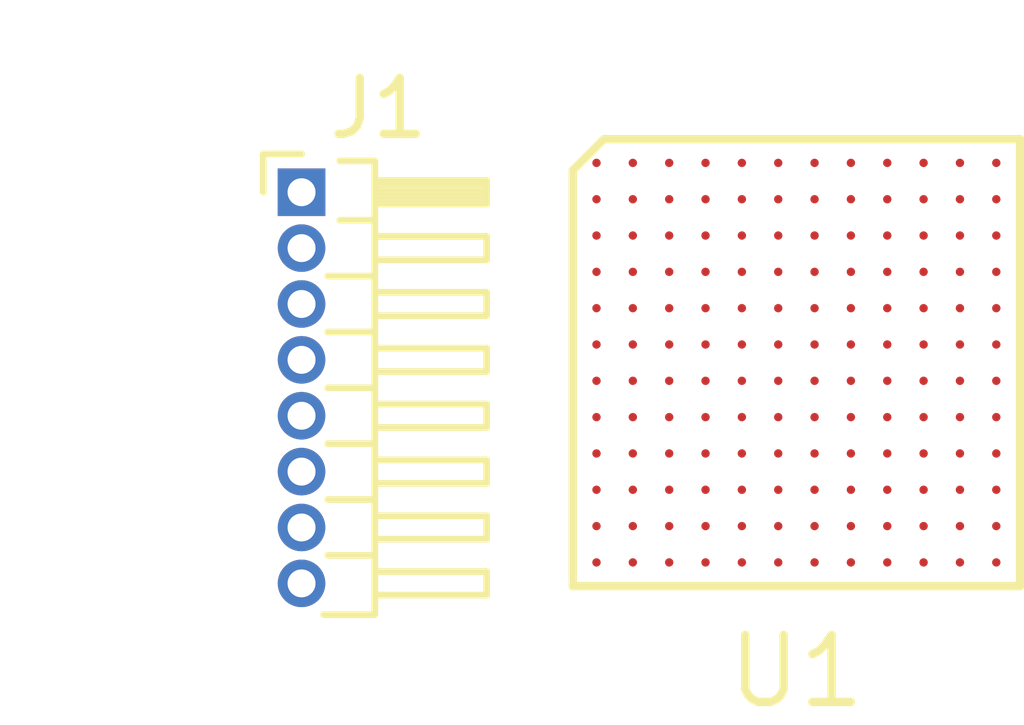
<source format=kicad_pcb>
(kicad_pcb (version 20171130) (host pcbnew 5.1.4+dfsg1-1)

  (general
    (thickness 1.6)
    (drawings 0)
    (tracks 0)
    (zones 0)
    (modules 2)
    (nets 20)
  )

  (page A4)
  (layers
    (0 F.Cu signal)
    (31 B.Cu signal)
    (32 B.Adhes user)
    (33 F.Adhes user)
    (34 B.Paste user)
    (35 F.Paste user)
    (36 B.SilkS user)
    (37 F.SilkS user)
    (38 B.Mask user)
    (39 F.Mask user)
    (40 Dwgs.User user)
    (41 Cmts.User user)
    (42 Eco1.User user)
    (43 Eco2.User user)
    (44 Edge.Cuts user)
    (45 Margin user)
    (46 B.CrtYd user)
    (47 F.CrtYd user)
    (48 B.Fab user)
    (49 F.Fab user)
  )

  (setup
    (last_trace_width 0.25)
    (trace_clearance 0.2)
    (zone_clearance 0.508)
    (zone_45_only no)
    (trace_min 0.2)
    (via_size 0.8)
    (via_drill 0.4)
    (via_min_size 0.4)
    (via_min_drill 0.3)
    (uvia_size 0.3)
    (uvia_drill 0.1)
    (uvias_allowed no)
    (uvia_min_size 0.2)
    (uvia_min_drill 0.1)
    (edge_width 0.05)
    (segment_width 0.2)
    (pcb_text_width 0.3)
    (pcb_text_size 1.5 1.5)
    (mod_edge_width 0.12)
    (mod_text_size 1 1)
    (mod_text_width 0.15)
    (pad_size 1.524 1.524)
    (pad_drill 0.762)
    (pad_to_mask_clearance 0.051)
    (solder_mask_min_width 0.25)
    (aux_axis_origin 0 0)
    (visible_elements FFFFFF7F)
    (pcbplotparams
      (layerselection 0x010fc_ffffffff)
      (usegerberextensions false)
      (usegerberattributes false)
      (usegerberadvancedattributes false)
      (creategerberjobfile false)
      (excludeedgelayer true)
      (linewidth 0.100000)
      (plotframeref false)
      (viasonmask false)
      (mode 1)
      (useauxorigin false)
      (hpglpennumber 1)
      (hpglpenspeed 20)
      (hpglpendiameter 15.000000)
      (psnegative false)
      (psa4output false)
      (plotreference true)
      (plotvalue true)
      (plotinvisibletext false)
      (padsonsilk false)
      (subtractmaskfromsilk false)
      (outputformat 1)
      (mirror false)
      (drillshape 1)
      (scaleselection 1)
      (outputdirectory ""))
  )

  (net 0 "")
  (net 1 Earth)
  (net 2 "Net-(J1-Pad8)")
  (net 3 "Net-(J1-Pad7)")
  (net 4 "Net-(J1-Pad6)")
  (net 5 "Net-(J1-Pad5)")
  (net 6 "Net-(J1-Pad4)")
  (net 7 "Net-(J1-Pad3)")
  (net 8 "Net-(J1-Pad2)")
  (net 9 "Net-(J1-Pad1)")
  (net 10 "Net-(U1-PadD10)")
  (net 11 /VCORE)
  (net 12 "Net-(U1-PadK8)")
  (net 13 "Net-(U1-PadC5)")
  (net 14 "Net-(U1-PadK6)")
  (net 15 "Net-(U1-PadL4)")
  (net 16 "Net-(U1-PadK4)")
  (net 17 "Net-(U1-PadJ3)")
  (net 18 "Net-(U1-PadH3)")
  (net 19 "Net-(U1-PadD3)")

  (net_class Default "This is the default net class."
    (clearance 0.2)
    (trace_width 0.25)
    (via_dia 0.8)
    (via_drill 0.4)
    (uvia_dia 0.3)
    (uvia_drill 0.1)
    (add_net /VCORE)
    (add_net Earth)
    (add_net "Net-(J1-Pad1)")
    (add_net "Net-(J1-Pad2)")
    (add_net "Net-(J1-Pad3)")
    (add_net "Net-(J1-Pad4)")
    (add_net "Net-(J1-Pad5)")
    (add_net "Net-(J1-Pad6)")
    (add_net "Net-(J1-Pad7)")
    (add_net "Net-(J1-Pad8)")
    (add_net "Net-(U1-PadC5)")
    (add_net "Net-(U1-PadD10)")
    (add_net "Net-(U1-PadD3)")
    (add_net "Net-(U1-PadH3)")
    (add_net "Net-(U1-PadJ3)")
    (add_net "Net-(U1-PadK4)")
    (add_net "Net-(U1-PadK6)")
    (add_net "Net-(U1-PadK8)")
    (add_net "Net-(U1-PadL4)")
  )

  (module kendryte:Kendryte_K210 (layer F.Cu) (tedit 0) (tstamp 5E5FE328)
    (at 190.46 -40.13)
    (path /5E5FD77E)
    (fp_text reference U1 (at 0 5.525) (layer F.SilkS)
      (effects (font (size 1.2 1.2) (thickness 0.15)))
    )
    (fp_text value K210 (at 0 -5.525) (layer F.Fab)
      (effects (font (size 1.2 1.2) (thickness 0.15)))
    )
    (fp_line (start -3.44 -4) (end -4 -3.44) (layer F.SilkS) (width 0.15))
    (fp_line (start 4 -4) (end -3.44 -4) (layer F.SilkS) (width 0.15))
    (fp_line (start 4 4) (end 4 -4) (layer F.SilkS) (width 0.15))
    (fp_line (start -4 4) (end 4 4) (layer F.SilkS) (width 0.15))
    (fp_line (start -4 -3.44) (end -4 4) (layer F.SilkS) (width 0.15))
    (pad M12 smd circle (at 3.575 3.575) (size 0.15 0.15) (layers F.Cu F.Paste F.Mask))
    (pad L12 smd circle (at 3.575 2.925) (size 0.15 0.15) (layers F.Cu F.Paste F.Mask))
    (pad K12 smd circle (at 3.575 2.275) (size 0.15 0.15) (layers F.Cu F.Paste F.Mask))
    (pad J12 smd circle (at 3.575 1.625) (size 0.15 0.15) (layers F.Cu F.Paste F.Mask))
    (pad H12 smd circle (at 3.575 0.975) (size 0.15 0.15) (layers F.Cu F.Paste F.Mask))
    (pad G12 smd circle (at 3.575 0.325) (size 0.15 0.15) (layers F.Cu F.Paste F.Mask))
    (pad F12 smd circle (at 3.575 -0.325) (size 0.15 0.15) (layers F.Cu F.Paste F.Mask))
    (pad E12 smd circle (at 3.575 -0.975) (size 0.15 0.15) (layers F.Cu F.Paste F.Mask))
    (pad D12 smd circle (at 3.575 -1.625) (size 0.15 0.15) (layers F.Cu F.Paste F.Mask))
    (pad C12 smd circle (at 3.575 -2.275) (size 0.15 0.15) (layers F.Cu F.Paste F.Mask))
    (pad B12 smd circle (at 3.575 -2.925) (size 0.15 0.15) (layers F.Cu F.Paste F.Mask))
    (pad A12 smd circle (at 3.575 -3.575) (size 0.15 0.15) (layers F.Cu F.Paste F.Mask))
    (pad M11 smd circle (at 2.925 3.575) (size 0.15 0.15) (layers F.Cu F.Paste F.Mask))
    (pad L11 smd circle (at 2.925 2.925) (size 0.15 0.15) (layers F.Cu F.Paste F.Mask))
    (pad K11 smd circle (at 2.925 2.275) (size 0.15 0.15) (layers F.Cu F.Paste F.Mask))
    (pad J11 smd circle (at 2.925 1.625) (size 0.15 0.15) (layers F.Cu F.Paste F.Mask))
    (pad H11 smd circle (at 2.925 0.975) (size 0.15 0.15) (layers F.Cu F.Paste F.Mask))
    (pad G11 smd circle (at 2.925 0.325) (size 0.15 0.15) (layers F.Cu F.Paste F.Mask))
    (pad F11 smd circle (at 2.925 -0.325) (size 0.15 0.15) (layers F.Cu F.Paste F.Mask))
    (pad E11 smd circle (at 2.925 -0.975) (size 0.15 0.15) (layers F.Cu F.Paste F.Mask))
    (pad D11 smd circle (at 2.925 -1.625) (size 0.15 0.15) (layers F.Cu F.Paste F.Mask))
    (pad C11 smd circle (at 2.925 -2.275) (size 0.15 0.15) (layers F.Cu F.Paste F.Mask))
    (pad B11 smd circle (at 2.925 -2.925) (size 0.15 0.15) (layers F.Cu F.Paste F.Mask))
    (pad A11 smd circle (at 2.925 -3.575) (size 0.15 0.15) (layers F.Cu F.Paste F.Mask))
    (pad M10 smd circle (at 2.275 3.575) (size 0.15 0.15) (layers F.Cu F.Paste F.Mask))
    (pad L10 smd circle (at 2.275 2.925) (size 0.15 0.15) (layers F.Cu F.Paste F.Mask))
    (pad K10 smd circle (at 2.275 2.275) (size 0.15 0.15) (layers F.Cu F.Paste F.Mask)
      (net 1 Earth))
    (pad J10 smd circle (at 2.275 1.625) (size 0.15 0.15) (layers F.Cu F.Paste F.Mask)
      (net 1 Earth))
    (pad H10 smd circle (at 2.275 0.975) (size 0.15 0.15) (layers F.Cu F.Paste F.Mask)
      (net 10 "Net-(U1-PadD10)"))
    (pad G10 smd circle (at 2.275 0.325) (size 0.15 0.15) (layers F.Cu F.Paste F.Mask)
      (net 10 "Net-(U1-PadD10)"))
    (pad F10 smd circle (at 2.275 -0.325) (size 0.15 0.15) (layers F.Cu F.Paste F.Mask)
      (net 1 Earth))
    (pad E10 smd circle (at 2.275 -0.975) (size 0.15 0.15) (layers F.Cu F.Paste F.Mask)
      (net 1 Earth))
    (pad D10 smd circle (at 2.275 -1.625) (size 0.15 0.15) (layers F.Cu F.Paste F.Mask)
      (net 10 "Net-(U1-PadD10)"))
    (pad C10 smd circle (at 2.275 -2.275) (size 0.15 0.15) (layers F.Cu F.Paste F.Mask)
      (net 1 Earth))
    (pad B10 smd circle (at 2.275 -2.925) (size 0.15 0.15) (layers F.Cu F.Paste F.Mask))
    (pad A10 smd circle (at 2.275 -3.575) (size 0.15 0.15) (layers F.Cu F.Paste F.Mask))
    (pad M9 smd circle (at 1.625 3.575) (size 0.15 0.15) (layers F.Cu F.Paste F.Mask))
    (pad L9 smd circle (at 1.625 2.925) (size 0.15 0.15) (layers F.Cu F.Paste F.Mask))
    (pad K9 smd circle (at 1.625 2.275) (size 0.15 0.15) (layers F.Cu F.Paste F.Mask)
      (net 1 Earth))
    (pad J9 smd circle (at 1.625 1.625) (size 0.15 0.15) (layers F.Cu F.Paste F.Mask)
      (net 11 /VCORE))
    (pad H9 smd circle (at 1.625 0.975) (size 0.15 0.15) (layers F.Cu F.Paste F.Mask)
      (net 1 Earth))
    (pad G9 smd circle (at 1.625 0.325) (size 0.15 0.15) (layers F.Cu F.Paste F.Mask)
      (net 11 /VCORE))
    (pad F9 smd circle (at 1.625 -0.325) (size 0.15 0.15) (layers F.Cu F.Paste F.Mask)
      (net 1 Earth))
    (pad E9 smd circle (at 1.625 -0.975) (size 0.15 0.15) (layers F.Cu F.Paste F.Mask)
      (net 11 /VCORE))
    (pad D9 smd circle (at 1.625 -1.625) (size 0.15 0.15) (layers F.Cu F.Paste F.Mask)
      (net 11 /VCORE))
    (pad C9 smd circle (at 1.625 -2.275) (size 0.15 0.15) (layers F.Cu F.Paste F.Mask)
      (net 1 Earth))
    (pad B9 smd circle (at 1.625 -2.925) (size 0.15 0.15) (layers F.Cu F.Paste F.Mask))
    (pad A9 smd circle (at 1.625 -3.575) (size 0.15 0.15) (layers F.Cu F.Paste F.Mask))
    (pad M8 smd circle (at 0.975 3.575) (size 0.15 0.15) (layers F.Cu F.Paste F.Mask))
    (pad L8 smd circle (at 0.975 2.925) (size 0.15 0.15) (layers F.Cu F.Paste F.Mask))
    (pad K8 smd circle (at 0.975 2.275) (size 0.15 0.15) (layers F.Cu F.Paste F.Mask)
      (net 12 "Net-(U1-PadK8)"))
    (pad J8 smd circle (at 0.975 1.625) (size 0.15 0.15) (layers F.Cu F.Paste F.Mask)
      (net 1 Earth))
    (pad H8 smd circle (at 0.975 0.975) (size 0.15 0.15) (layers F.Cu F.Paste F.Mask)
      (net 1 Earth))
    (pad G8 smd circle (at 0.975 0.325) (size 0.15 0.15) (layers F.Cu F.Paste F.Mask)
      (net 1 Earth))
    (pad F8 smd circle (at 0.975 -0.325) (size 0.15 0.15) (layers F.Cu F.Paste F.Mask)
      (net 1 Earth))
    (pad E8 smd circle (at 0.975 -0.975) (size 0.15 0.15) (layers F.Cu F.Paste F.Mask)
      (net 1 Earth))
    (pad D8 smd circle (at 0.975 -1.625) (size 0.15 0.15) (layers F.Cu F.Paste F.Mask)
      (net 1 Earth))
    (pad C8 smd circle (at 0.975 -2.275) (size 0.15 0.15) (layers F.Cu F.Paste F.Mask)
      (net 13 "Net-(U1-PadC5)"))
    (pad B8 smd circle (at 0.975 -2.925) (size 0.15 0.15) (layers F.Cu F.Paste F.Mask))
    (pad A8 smd circle (at 0.975 -3.575) (size 0.15 0.15) (layers F.Cu F.Paste F.Mask))
    (pad M7 smd circle (at 0.325 3.575) (size 0.15 0.15) (layers F.Cu F.Paste F.Mask))
    (pad L7 smd circle (at 0.325 2.925) (size 0.15 0.15) (layers F.Cu F.Paste F.Mask))
    (pad K7 smd circle (at 0.325 2.275) (size 0.15 0.15) (layers F.Cu F.Paste F.Mask)
      (net 1 Earth))
    (pad J7 smd circle (at 0.325 1.625) (size 0.15 0.15) (layers F.Cu F.Paste F.Mask)
      (net 11 /VCORE))
    (pad H7 smd circle (at 0.325 0.975) (size 0.15 0.15) (layers F.Cu F.Paste F.Mask)
      (net 1 Earth))
    (pad G7 smd circle (at 0.325 0.325) (size 0.15 0.15) (layers F.Cu F.Paste F.Mask)
      (net 11 /VCORE))
    (pad F7 smd circle (at 0.325 -0.325) (size 0.15 0.15) (layers F.Cu F.Paste F.Mask)
      (net 1 Earth))
    (pad E7 smd circle (at 0.325 -0.975) (size 0.15 0.15) (layers F.Cu F.Paste F.Mask)
      (net 11 /VCORE))
    (pad D7 smd circle (at 0.325 -1.625) (size 0.15 0.15) (layers F.Cu F.Paste F.Mask)
      (net 1 Earth))
    (pad C7 smd circle (at 0.325 -2.275) (size 0.15 0.15) (layers F.Cu F.Paste F.Mask)
      (net 13 "Net-(U1-PadC5)"))
    (pad B7 smd circle (at 0.325 -2.925) (size 0.15 0.15) (layers F.Cu F.Paste F.Mask))
    (pad A7 smd circle (at 0.325 -3.575) (size 0.15 0.15) (layers F.Cu F.Paste F.Mask))
    (pad M6 smd circle (at -0.325 3.575) (size 0.15 0.15) (layers F.Cu F.Paste F.Mask))
    (pad L6 smd circle (at -0.325 2.925) (size 0.15 0.15) (layers F.Cu F.Paste F.Mask))
    (pad K6 smd circle (at -0.325 2.275) (size 0.15 0.15) (layers F.Cu F.Paste F.Mask)
      (net 14 "Net-(U1-PadK6)"))
    (pad J6 smd circle (at -0.325 1.625) (size 0.15 0.15) (layers F.Cu F.Paste F.Mask)
      (net 1 Earth))
    (pad H6 smd circle (at -0.325 0.975) (size 0.15 0.15) (layers F.Cu F.Paste F.Mask)
      (net 11 /VCORE))
    (pad G6 smd circle (at -0.325 0.325) (size 0.15 0.15) (layers F.Cu F.Paste F.Mask)
      (net 1 Earth))
    (pad F6 smd circle (at -0.325 -0.325) (size 0.15 0.15) (layers F.Cu F.Paste F.Mask)
      (net 11 /VCORE))
    (pad E6 smd circle (at -0.325 -0.975) (size 0.15 0.15) (layers F.Cu F.Paste F.Mask)
      (net 1 Earth))
    (pad D6 smd circle (at -0.325 -1.625) (size 0.15 0.15) (layers F.Cu F.Paste F.Mask)
      (net 11 /VCORE))
    (pad C6 smd circle (at -0.325 -2.275) (size 0.15 0.15) (layers F.Cu F.Paste F.Mask)
      (net 1 Earth))
    (pad B6 smd circle (at -0.325 -2.925) (size 0.15 0.15) (layers F.Cu F.Paste F.Mask))
    (pad A6 smd circle (at -0.325 -3.575) (size 0.15 0.15) (layers F.Cu F.Paste F.Mask))
    (pad M5 smd circle (at -0.975 3.575) (size 0.15 0.15) (layers F.Cu F.Paste F.Mask))
    (pad L5 smd circle (at -0.975 2.925) (size 0.15 0.15) (layers F.Cu F.Paste F.Mask))
    (pad K5 smd circle (at -0.975 2.275) (size 0.15 0.15) (layers F.Cu F.Paste F.Mask)
      (net 1 Earth))
    (pad J5 smd circle (at -0.975 1.625) (size 0.15 0.15) (layers F.Cu F.Paste F.Mask)
      (net 11 /VCORE))
    (pad H5 smd circle (at -0.975 0.975) (size 0.15 0.15) (layers F.Cu F.Paste F.Mask)
      (net 1 Earth))
    (pad G5 smd circle (at -0.975 0.325) (size 0.15 0.15) (layers F.Cu F.Paste F.Mask)
      (net 1 Earth))
    (pad F5 smd circle (at -0.975 -0.325) (size 0.15 0.15) (layers F.Cu F.Paste F.Mask)
      (net 1 Earth))
    (pad E5 smd circle (at -0.975 -0.975) (size 0.15 0.15) (layers F.Cu F.Paste F.Mask)
      (net 1 Earth))
    (pad D5 smd circle (at -0.975 -1.625) (size 0.15 0.15) (layers F.Cu F.Paste F.Mask)
      (net 1 Earth))
    (pad C5 smd circle (at -0.975 -2.275) (size 0.15 0.15) (layers F.Cu F.Paste F.Mask)
      (net 13 "Net-(U1-PadC5)"))
    (pad B5 smd circle (at -0.975 -2.925) (size 0.15 0.15) (layers F.Cu F.Paste F.Mask))
    (pad A5 smd circle (at -0.975 -3.575) (size 0.15 0.15) (layers F.Cu F.Paste F.Mask))
    (pad M4 smd circle (at -1.625 3.575) (size 0.15 0.15) (layers F.Cu F.Paste F.Mask))
    (pad L4 smd circle (at -1.625 2.925) (size 0.15 0.15) (layers F.Cu F.Paste F.Mask)
      (net 15 "Net-(U1-PadL4)"))
    (pad K4 smd circle (at -1.625 2.275) (size 0.15 0.15) (layers F.Cu F.Paste F.Mask)
      (net 16 "Net-(U1-PadK4)"))
    (pad J4 smd circle (at -1.625 1.625) (size 0.15 0.15) (layers F.Cu F.Paste F.Mask)
      (net 1 Earth))
    (pad H4 smd circle (at -1.625 0.975) (size 0.15 0.15) (layers F.Cu F.Paste F.Mask)
      (net 11 /VCORE))
    (pad G4 smd circle (at -1.625 0.325) (size 0.15 0.15) (layers F.Cu F.Paste F.Mask)
      (net 1 Earth))
    (pad F4 smd circle (at -1.625 -0.325) (size 0.15 0.15) (layers F.Cu F.Paste F.Mask)
      (net 11 /VCORE))
    (pad E4 smd circle (at -1.625 -0.975) (size 0.15 0.15) (layers F.Cu F.Paste F.Mask)
      (net 1 Earth))
    (pad D4 smd circle (at -1.625 -1.625) (size 0.15 0.15) (layers F.Cu F.Paste F.Mask)
      (net 11 /VCORE))
    (pad C4 smd circle (at -1.625 -2.275) (size 0.15 0.15) (layers F.Cu F.Paste F.Mask)
      (net 1 Earth))
    (pad B4 smd circle (at -1.625 -2.925) (size 0.15 0.15) (layers F.Cu F.Paste F.Mask))
    (pad A4 smd circle (at -1.625 -3.575) (size 0.15 0.15) (layers F.Cu F.Paste F.Mask))
    (pad M3 smd circle (at -2.275 3.575) (size 0.15 0.15) (layers F.Cu F.Paste F.Mask))
    (pad L3 smd circle (at -2.275 2.925) (size 0.15 0.15) (layers F.Cu F.Paste F.Mask))
    (pad K3 smd circle (at -2.275 2.275) (size 0.15 0.15) (layers F.Cu F.Paste F.Mask)
      (net 1 Earth))
    (pad J3 smd circle (at -2.275 1.625) (size 0.15 0.15) (layers F.Cu F.Paste F.Mask)
      (net 17 "Net-(U1-PadJ3)"))
    (pad H3 smd circle (at -2.275 0.975) (size 0.15 0.15) (layers F.Cu F.Paste F.Mask)
      (net 18 "Net-(U1-PadH3)"))
    (pad G3 smd circle (at -2.275 0.325) (size 0.15 0.15) (layers F.Cu F.Paste F.Mask)
      (net 1 Earth))
    (pad F3 smd circle (at -2.275 -0.325) (size 0.15 0.15) (layers F.Cu F.Paste F.Mask)
      (net 19 "Net-(U1-PadD3)"))
    (pad E3 smd circle (at -2.275 -0.975) (size 0.15 0.15) (layers F.Cu F.Paste F.Mask)
      (net 1 Earth))
    (pad D3 smd circle (at -2.275 -1.625) (size 0.15 0.15) (layers F.Cu F.Paste F.Mask)
      (net 19 "Net-(U1-PadD3)"))
    (pad C3 smd circle (at -2.275 -2.275) (size 0.15 0.15) (layers F.Cu F.Paste F.Mask)
      (net 1 Earth))
    (pad B3 smd circle (at -2.275 -2.925) (size 0.15 0.15) (layers F.Cu F.Paste F.Mask))
    (pad A3 smd circle (at -2.275 -3.575) (size 0.15 0.15) (layers F.Cu F.Paste F.Mask))
    (pad M2 smd circle (at -2.925 3.575) (size 0.15 0.15) (layers F.Cu F.Paste F.Mask))
    (pad L2 smd circle (at -2.925 2.925) (size 0.15 0.15) (layers F.Cu F.Paste F.Mask))
    (pad K2 smd circle (at -2.925 2.275) (size 0.15 0.15) (layers F.Cu F.Paste F.Mask)
      (net 1 Earth))
    (pad J2 smd circle (at -2.925 1.625) (size 0.15 0.15) (layers F.Cu F.Paste F.Mask)
      (net 1 Earth))
    (pad H2 smd circle (at -2.925 0.975) (size 0.15 0.15) (layers F.Cu F.Paste F.Mask)
      (net 1 Earth))
    (pad G2 smd circle (at -2.925 0.325) (size 0.15 0.15) (layers F.Cu F.Paste F.Mask))
    (pad F2 smd circle (at -2.925 -0.325) (size 0.15 0.15) (layers F.Cu F.Paste F.Mask))
    (pad E2 smd circle (at -2.925 -0.975) (size 0.15 0.15) (layers F.Cu F.Paste F.Mask))
    (pad D2 smd circle (at -2.925 -1.625) (size 0.15 0.15) (layers F.Cu F.Paste F.Mask))
    (pad C2 smd circle (at -2.925 -2.275) (size 0.15 0.15) (layers F.Cu F.Paste F.Mask))
    (pad B2 smd circle (at -2.925 -2.925) (size 0.15 0.15) (layers F.Cu F.Paste F.Mask))
    (pad A2 smd circle (at -2.925 -3.575) (size 0.15 0.15) (layers F.Cu F.Paste F.Mask))
    (pad M1 smd circle (at -3.575 3.575) (size 0.15 0.15) (layers F.Cu F.Paste F.Mask))
    (pad L1 smd circle (at -3.575 2.925) (size 0.15 0.15) (layers F.Cu F.Paste F.Mask))
    (pad K1 smd circle (at -3.575 2.275) (size 0.15 0.15) (layers F.Cu F.Paste F.Mask))
    (pad J1 smd circle (at -3.575 1.625) (size 0.15 0.15) (layers F.Cu F.Paste F.Mask))
    (pad H1 smd circle (at -3.575 0.975) (size 0.15 0.15) (layers F.Cu F.Paste F.Mask))
    (pad G1 smd circle (at -3.575 0.325) (size 0.15 0.15) (layers F.Cu F.Paste F.Mask))
    (pad F1 smd circle (at -3.575 -0.325) (size 0.15 0.15) (layers F.Cu F.Paste F.Mask))
    (pad E1 smd circle (at -3.575 -0.975) (size 0.15 0.15) (layers F.Cu F.Paste F.Mask))
    (pad D1 smd circle (at -3.575 -1.625) (size 0.15 0.15) (layers F.Cu F.Paste F.Mask))
    (pad C1 smd circle (at -3.575 -2.275) (size 0.15 0.15) (layers F.Cu F.Paste F.Mask))
    (pad B1 smd circle (at -3.575 -2.925) (size 0.15 0.15) (layers F.Cu F.Paste F.Mask))
    (pad A1 smd circle (at -3.575 -3.575) (size 0.15 0.15) (layers F.Cu F.Paste F.Mask))
  )

  (module Connector_PinHeader_1.00mm:PinHeader_1x08_P1.00mm_Horizontal (layer F.Cu) (tedit 59FED737) (tstamp 5E5FE28F)
    (at 181.61 -43.18)
    (descr "Through hole angled pin header, 1x08, 1.00mm pitch, 2.0mm pin length, single row")
    (tags "Through hole angled pin header THT 1x08 1.00mm single row")
    (path /5E5D701A)
    (fp_text reference J1 (at 1.375 -1.5) (layer F.SilkS)
      (effects (font (size 1 1) (thickness 0.15)))
    )
    (fp_text value Conn_01x08_Male (at 1.375 8.5) (layer F.Fab)
      (effects (font (size 1 1) (thickness 0.15)))
    )
    (fp_text user %R (at 0.75 3.5 90) (layer F.Fab)
      (effects (font (size 0.6 0.6) (thickness 0.09)))
    )
    (fp_line (start 3.75 -1) (end -1 -1) (layer F.CrtYd) (width 0.05))
    (fp_line (start 3.75 8) (end 3.75 -1) (layer F.CrtYd) (width 0.05))
    (fp_line (start -1 8) (end 3.75 8) (layer F.CrtYd) (width 0.05))
    (fp_line (start -1 -1) (end -1 8) (layer F.CrtYd) (width 0.05))
    (fp_line (start -0.685 -0.685) (end 0 -0.685) (layer F.SilkS) (width 0.12))
    (fp_line (start -0.685 0) (end -0.685 -0.685) (layer F.SilkS) (width 0.12))
    (fp_line (start 3.31 7.21) (end 1.31 7.21) (layer F.SilkS) (width 0.12))
    (fp_line (start 3.31 6.79) (end 3.31 7.21) (layer F.SilkS) (width 0.12))
    (fp_line (start 1.31 6.79) (end 3.31 6.79) (layer F.SilkS) (width 0.12))
    (fp_line (start 0.468215 6.5) (end 1.31 6.5) (layer F.SilkS) (width 0.12))
    (fp_line (start 3.31 6.21) (end 1.31 6.21) (layer F.SilkS) (width 0.12))
    (fp_line (start 3.31 5.79) (end 3.31 6.21) (layer F.SilkS) (width 0.12))
    (fp_line (start 1.31 5.79) (end 3.31 5.79) (layer F.SilkS) (width 0.12))
    (fp_line (start 0.468215 5.5) (end 1.31 5.5) (layer F.SilkS) (width 0.12))
    (fp_line (start 3.31 5.21) (end 1.31 5.21) (layer F.SilkS) (width 0.12))
    (fp_line (start 3.31 4.79) (end 3.31 5.21) (layer F.SilkS) (width 0.12))
    (fp_line (start 1.31 4.79) (end 3.31 4.79) (layer F.SilkS) (width 0.12))
    (fp_line (start 0.468215 4.5) (end 1.31 4.5) (layer F.SilkS) (width 0.12))
    (fp_line (start 3.31 4.21) (end 1.31 4.21) (layer F.SilkS) (width 0.12))
    (fp_line (start 3.31 3.79) (end 3.31 4.21) (layer F.SilkS) (width 0.12))
    (fp_line (start 1.31 3.79) (end 3.31 3.79) (layer F.SilkS) (width 0.12))
    (fp_line (start 0.468215 3.5) (end 1.31 3.5) (layer F.SilkS) (width 0.12))
    (fp_line (start 3.31 3.21) (end 1.31 3.21) (layer F.SilkS) (width 0.12))
    (fp_line (start 3.31 2.79) (end 3.31 3.21) (layer F.SilkS) (width 0.12))
    (fp_line (start 1.31 2.79) (end 3.31 2.79) (layer F.SilkS) (width 0.12))
    (fp_line (start 0.468215 2.5) (end 1.31 2.5) (layer F.SilkS) (width 0.12))
    (fp_line (start 3.31 2.21) (end 1.31 2.21) (layer F.SilkS) (width 0.12))
    (fp_line (start 3.31 1.79) (end 3.31 2.21) (layer F.SilkS) (width 0.12))
    (fp_line (start 1.31 1.79) (end 3.31 1.79) (layer F.SilkS) (width 0.12))
    (fp_line (start 0.468215 1.5) (end 1.31 1.5) (layer F.SilkS) (width 0.12))
    (fp_line (start 3.31 1.21) (end 1.31 1.21) (layer F.SilkS) (width 0.12))
    (fp_line (start 3.31 0.79) (end 3.31 1.21) (layer F.SilkS) (width 0.12))
    (fp_line (start 1.31 0.79) (end 3.31 0.79) (layer F.SilkS) (width 0.12))
    (fp_line (start 0.685 0.5) (end 1.31 0.5) (layer F.SilkS) (width 0.12))
    (fp_line (start 1.31 0.09) (end 3.31 0.09) (layer F.SilkS) (width 0.12))
    (fp_line (start 1.31 -0.03) (end 3.31 -0.03) (layer F.SilkS) (width 0.12))
    (fp_line (start 1.31 -0.15) (end 3.31 -0.15) (layer F.SilkS) (width 0.12))
    (fp_line (start 3.31 0.21) (end 1.31 0.21) (layer F.SilkS) (width 0.12))
    (fp_line (start 3.31 -0.21) (end 3.31 0.21) (layer F.SilkS) (width 0.12))
    (fp_line (start 1.31 -0.21) (end 3.31 -0.21) (layer F.SilkS) (width 0.12))
    (fp_line (start 1.31 7.56) (end 0.394493 7.56) (layer F.SilkS) (width 0.12))
    (fp_line (start 1.31 -0.56) (end 1.31 7.56) (layer F.SilkS) (width 0.12))
    (fp_line (start 0.685 -0.56) (end 1.31 -0.56) (layer F.SilkS) (width 0.12))
    (fp_line (start 1.25 7.15) (end 3.25 7.15) (layer F.Fab) (width 0.1))
    (fp_line (start 3.25 6.85) (end 3.25 7.15) (layer F.Fab) (width 0.1))
    (fp_line (start 1.25 6.85) (end 3.25 6.85) (layer F.Fab) (width 0.1))
    (fp_line (start -0.15 7.15) (end 0.25 7.15) (layer F.Fab) (width 0.1))
    (fp_line (start -0.15 6.85) (end -0.15 7.15) (layer F.Fab) (width 0.1))
    (fp_line (start -0.15 6.85) (end 0.25 6.85) (layer F.Fab) (width 0.1))
    (fp_line (start 1.25 6.15) (end 3.25 6.15) (layer F.Fab) (width 0.1))
    (fp_line (start 3.25 5.85) (end 3.25 6.15) (layer F.Fab) (width 0.1))
    (fp_line (start 1.25 5.85) (end 3.25 5.85) (layer F.Fab) (width 0.1))
    (fp_line (start -0.15 6.15) (end 0.25 6.15) (layer F.Fab) (width 0.1))
    (fp_line (start -0.15 5.85) (end -0.15 6.15) (layer F.Fab) (width 0.1))
    (fp_line (start -0.15 5.85) (end 0.25 5.85) (layer F.Fab) (width 0.1))
    (fp_line (start 1.25 5.15) (end 3.25 5.15) (layer F.Fab) (width 0.1))
    (fp_line (start 3.25 4.85) (end 3.25 5.15) (layer F.Fab) (width 0.1))
    (fp_line (start 1.25 4.85) (end 3.25 4.85) (layer F.Fab) (width 0.1))
    (fp_line (start -0.15 5.15) (end 0.25 5.15) (layer F.Fab) (width 0.1))
    (fp_line (start -0.15 4.85) (end -0.15 5.15) (layer F.Fab) (width 0.1))
    (fp_line (start -0.15 4.85) (end 0.25 4.85) (layer F.Fab) (width 0.1))
    (fp_line (start 1.25 4.15) (end 3.25 4.15) (layer F.Fab) (width 0.1))
    (fp_line (start 3.25 3.85) (end 3.25 4.15) (layer F.Fab) (width 0.1))
    (fp_line (start 1.25 3.85) (end 3.25 3.85) (layer F.Fab) (width 0.1))
    (fp_line (start -0.15 4.15) (end 0.25 4.15) (layer F.Fab) (width 0.1))
    (fp_line (start -0.15 3.85) (end -0.15 4.15) (layer F.Fab) (width 0.1))
    (fp_line (start -0.15 3.85) (end 0.25 3.85) (layer F.Fab) (width 0.1))
    (fp_line (start 1.25 3.15) (end 3.25 3.15) (layer F.Fab) (width 0.1))
    (fp_line (start 3.25 2.85) (end 3.25 3.15) (layer F.Fab) (width 0.1))
    (fp_line (start 1.25 2.85) (end 3.25 2.85) (layer F.Fab) (width 0.1))
    (fp_line (start -0.15 3.15) (end 0.25 3.15) (layer F.Fab) (width 0.1))
    (fp_line (start -0.15 2.85) (end -0.15 3.15) (layer F.Fab) (width 0.1))
    (fp_line (start -0.15 2.85) (end 0.25 2.85) (layer F.Fab) (width 0.1))
    (fp_line (start 1.25 2.15) (end 3.25 2.15) (layer F.Fab) (width 0.1))
    (fp_line (start 3.25 1.85) (end 3.25 2.15) (layer F.Fab) (width 0.1))
    (fp_line (start 1.25 1.85) (end 3.25 1.85) (layer F.Fab) (width 0.1))
    (fp_line (start -0.15 2.15) (end 0.25 2.15) (layer F.Fab) (width 0.1))
    (fp_line (start -0.15 1.85) (end -0.15 2.15) (layer F.Fab) (width 0.1))
    (fp_line (start -0.15 1.85) (end 0.25 1.85) (layer F.Fab) (width 0.1))
    (fp_line (start 1.25 1.15) (end 3.25 1.15) (layer F.Fab) (width 0.1))
    (fp_line (start 3.25 0.85) (end 3.25 1.15) (layer F.Fab) (width 0.1))
    (fp_line (start 1.25 0.85) (end 3.25 0.85) (layer F.Fab) (width 0.1))
    (fp_line (start -0.15 1.15) (end 0.25 1.15) (layer F.Fab) (width 0.1))
    (fp_line (start -0.15 0.85) (end -0.15 1.15) (layer F.Fab) (width 0.1))
    (fp_line (start -0.15 0.85) (end 0.25 0.85) (layer F.Fab) (width 0.1))
    (fp_line (start 1.25 0.15) (end 3.25 0.15) (layer F.Fab) (width 0.1))
    (fp_line (start 3.25 -0.15) (end 3.25 0.15) (layer F.Fab) (width 0.1))
    (fp_line (start 1.25 -0.15) (end 3.25 -0.15) (layer F.Fab) (width 0.1))
    (fp_line (start -0.15 0.15) (end 0.25 0.15) (layer F.Fab) (width 0.1))
    (fp_line (start -0.15 -0.15) (end -0.15 0.15) (layer F.Fab) (width 0.1))
    (fp_line (start -0.15 -0.15) (end 0.25 -0.15) (layer F.Fab) (width 0.1))
    (fp_line (start 0.25 -0.25) (end 0.5 -0.5) (layer F.Fab) (width 0.1))
    (fp_line (start 0.25 7.5) (end 0.25 -0.25) (layer F.Fab) (width 0.1))
    (fp_line (start 1.25 7.5) (end 0.25 7.5) (layer F.Fab) (width 0.1))
    (fp_line (start 1.25 -0.5) (end 1.25 7.5) (layer F.Fab) (width 0.1))
    (fp_line (start 0.5 -0.5) (end 1.25 -0.5) (layer F.Fab) (width 0.1))
    (pad 8 thru_hole oval (at 0 7) (size 0.85 0.85) (drill 0.5) (layers *.Cu *.Mask)
      (net 2 "Net-(J1-Pad8)"))
    (pad 7 thru_hole oval (at 0 6) (size 0.85 0.85) (drill 0.5) (layers *.Cu *.Mask)
      (net 3 "Net-(J1-Pad7)"))
    (pad 6 thru_hole oval (at 0 5) (size 0.85 0.85) (drill 0.5) (layers *.Cu *.Mask)
      (net 4 "Net-(J1-Pad6)"))
    (pad 5 thru_hole oval (at 0 4) (size 0.85 0.85) (drill 0.5) (layers *.Cu *.Mask)
      (net 5 "Net-(J1-Pad5)"))
    (pad 4 thru_hole oval (at 0 3) (size 0.85 0.85) (drill 0.5) (layers *.Cu *.Mask)
      (net 6 "Net-(J1-Pad4)"))
    (pad 3 thru_hole oval (at 0 2) (size 0.85 0.85) (drill 0.5) (layers *.Cu *.Mask)
      (net 7 "Net-(J1-Pad3)"))
    (pad 2 thru_hole oval (at 0 1) (size 0.85 0.85) (drill 0.5) (layers *.Cu *.Mask)
      (net 8 "Net-(J1-Pad2)"))
    (pad 1 thru_hole rect (at 0 0) (size 0.85 0.85) (drill 0.5) (layers *.Cu *.Mask)
      (net 9 "Net-(J1-Pad1)"))
    (model ${KISYS3DMOD}/Connector_PinHeader_1.00mm.3dshapes/PinHeader_1x08_P1.00mm_Horizontal.wrl
      (at (xyz 0 0 0))
      (scale (xyz 1 1 1))
      (rotate (xyz 0 0 0))
    )
  )

)

</source>
